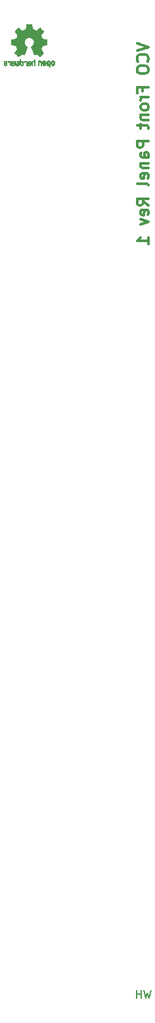
<source format=gbr>
G04 #@! TF.GenerationSoftware,KiCad,Pcbnew,(5.1.4-0-10_14)*
G04 #@! TF.CreationDate,2019-10-08T20:59:21-07:00*
G04 #@! TF.ProjectId,VCO_Front_Panel,56434f5f-4672-46f6-9e74-5f50616e656c,rev?*
G04 #@! TF.SameCoordinates,Original*
G04 #@! TF.FileFunction,Legend,Bot*
G04 #@! TF.FilePolarity,Positive*
%FSLAX46Y46*%
G04 Gerber Fmt 4.6, Leading zero omitted, Abs format (unit mm)*
G04 Created by KiCad (PCBNEW (5.1.4-0-10_14)) date 2019-10-08 20:59:21*
%MOMM*%
%LPD*%
G04 APERTURE LIST*
%ADD10C,0.150000*%
%ADD11C,0.300000*%
%ADD12C,0.010000*%
G04 APERTURE END LIST*
D10*
X112966380Y-166330380D02*
X112728285Y-167330380D01*
X112537809Y-166616095D01*
X112347333Y-167330380D01*
X112109238Y-166330380D01*
X111728285Y-167330380D02*
X111728285Y-166330380D01*
X111728285Y-166806571D02*
X111156857Y-166806571D01*
X111156857Y-167330380D02*
X111156857Y-166330380D01*
D11*
X111192571Y-44114285D02*
X112692571Y-44614285D01*
X111192571Y-45114285D01*
X112549714Y-46471428D02*
X112621142Y-46400000D01*
X112692571Y-46185714D01*
X112692571Y-46042857D01*
X112621142Y-45828571D01*
X112478285Y-45685714D01*
X112335428Y-45614285D01*
X112049714Y-45542857D01*
X111835428Y-45542857D01*
X111549714Y-45614285D01*
X111406857Y-45685714D01*
X111264000Y-45828571D01*
X111192571Y-46042857D01*
X111192571Y-46185714D01*
X111264000Y-46400000D01*
X111335428Y-46471428D01*
X111192571Y-47400000D02*
X111192571Y-47685714D01*
X111264000Y-47828571D01*
X111406857Y-47971428D01*
X111692571Y-48042857D01*
X112192571Y-48042857D01*
X112478285Y-47971428D01*
X112621142Y-47828571D01*
X112692571Y-47685714D01*
X112692571Y-47400000D01*
X112621142Y-47257142D01*
X112478285Y-47114285D01*
X112192571Y-47042857D01*
X111692571Y-47042857D01*
X111406857Y-47114285D01*
X111264000Y-47257142D01*
X111192571Y-47400000D01*
X111906857Y-50328571D02*
X111906857Y-49828571D01*
X112692571Y-49828571D02*
X111192571Y-49828571D01*
X111192571Y-50542857D01*
X112692571Y-51114285D02*
X111692571Y-51114285D01*
X111978285Y-51114285D02*
X111835428Y-51185714D01*
X111764000Y-51257142D01*
X111692571Y-51400000D01*
X111692571Y-51542857D01*
X112692571Y-52257142D02*
X112621142Y-52114285D01*
X112549714Y-52042857D01*
X112406857Y-51971428D01*
X111978285Y-51971428D01*
X111835428Y-52042857D01*
X111764000Y-52114285D01*
X111692571Y-52257142D01*
X111692571Y-52471428D01*
X111764000Y-52614285D01*
X111835428Y-52685714D01*
X111978285Y-52757142D01*
X112406857Y-52757142D01*
X112549714Y-52685714D01*
X112621142Y-52614285D01*
X112692571Y-52471428D01*
X112692571Y-52257142D01*
X111692571Y-53400000D02*
X112692571Y-53400000D01*
X111835428Y-53400000D02*
X111764000Y-53471428D01*
X111692571Y-53614285D01*
X111692571Y-53828571D01*
X111764000Y-53971428D01*
X111906857Y-54042857D01*
X112692571Y-54042857D01*
X111692571Y-54542857D02*
X111692571Y-55114285D01*
X111192571Y-54757142D02*
X112478285Y-54757142D01*
X112621142Y-54828571D01*
X112692571Y-54971428D01*
X112692571Y-55114285D01*
X112692571Y-56757142D02*
X111192571Y-56757142D01*
X111192571Y-57328571D01*
X111264000Y-57471428D01*
X111335428Y-57542857D01*
X111478285Y-57614285D01*
X111692571Y-57614285D01*
X111835428Y-57542857D01*
X111906857Y-57471428D01*
X111978285Y-57328571D01*
X111978285Y-56757142D01*
X112692571Y-58900000D02*
X111906857Y-58900000D01*
X111764000Y-58828571D01*
X111692571Y-58685714D01*
X111692571Y-58400000D01*
X111764000Y-58257142D01*
X112621142Y-58900000D02*
X112692571Y-58757142D01*
X112692571Y-58400000D01*
X112621142Y-58257142D01*
X112478285Y-58185714D01*
X112335428Y-58185714D01*
X112192571Y-58257142D01*
X112121142Y-58400000D01*
X112121142Y-58757142D01*
X112049714Y-58900000D01*
X111692571Y-59614285D02*
X112692571Y-59614285D01*
X111835428Y-59614285D02*
X111764000Y-59685714D01*
X111692571Y-59828571D01*
X111692571Y-60042857D01*
X111764000Y-60185714D01*
X111906857Y-60257142D01*
X112692571Y-60257142D01*
X112621142Y-61542857D02*
X112692571Y-61400000D01*
X112692571Y-61114285D01*
X112621142Y-60971428D01*
X112478285Y-60900000D01*
X111906857Y-60900000D01*
X111764000Y-60971428D01*
X111692571Y-61114285D01*
X111692571Y-61400000D01*
X111764000Y-61542857D01*
X111906857Y-61614285D01*
X112049714Y-61614285D01*
X112192571Y-60900000D01*
X112692571Y-62471428D02*
X112621142Y-62328571D01*
X112478285Y-62257142D01*
X111192571Y-62257142D01*
X112692571Y-65042857D02*
X111978285Y-64542857D01*
X112692571Y-64185714D02*
X111192571Y-64185714D01*
X111192571Y-64757142D01*
X111264000Y-64900000D01*
X111335428Y-64971428D01*
X111478285Y-65042857D01*
X111692571Y-65042857D01*
X111835428Y-64971428D01*
X111906857Y-64900000D01*
X111978285Y-64757142D01*
X111978285Y-64185714D01*
X112621142Y-66257142D02*
X112692571Y-66114285D01*
X112692571Y-65828571D01*
X112621142Y-65685714D01*
X112478285Y-65614285D01*
X111906857Y-65614285D01*
X111764000Y-65685714D01*
X111692571Y-65828571D01*
X111692571Y-66114285D01*
X111764000Y-66257142D01*
X111906857Y-66328571D01*
X112049714Y-66328571D01*
X112192571Y-65614285D01*
X111692571Y-66828571D02*
X112692571Y-67185714D01*
X111692571Y-67542857D01*
X112692571Y-70042857D02*
X112692571Y-69185714D01*
X112692571Y-69614285D02*
X111192571Y-69614285D01*
X111406857Y-69471428D01*
X111549714Y-69328571D01*
X111621142Y-69185714D01*
D12*
G36*
X97178090Y-41692348D02*
G01*
X97099546Y-41692778D01*
X97042702Y-41693942D01*
X97003895Y-41696207D01*
X96979462Y-41699940D01*
X96965738Y-41705506D01*
X96959060Y-41713273D01*
X96955764Y-41723605D01*
X96955444Y-41724943D01*
X96950438Y-41749079D01*
X96941171Y-41796701D01*
X96928608Y-41862741D01*
X96913713Y-41942128D01*
X96897449Y-42029796D01*
X96896881Y-42032875D01*
X96880590Y-42118789D01*
X96865348Y-42194696D01*
X96852139Y-42256045D01*
X96841946Y-42298282D01*
X96835752Y-42316855D01*
X96835457Y-42317184D01*
X96817212Y-42326253D01*
X96779595Y-42341367D01*
X96730729Y-42359262D01*
X96730457Y-42359358D01*
X96668907Y-42382493D01*
X96596343Y-42411965D01*
X96527943Y-42441597D01*
X96524706Y-42443062D01*
X96413298Y-42493626D01*
X96166601Y-42325160D01*
X96090923Y-42273803D01*
X96022369Y-42227889D01*
X95964912Y-42190030D01*
X95922524Y-42162837D01*
X95899175Y-42148921D01*
X95896958Y-42147889D01*
X95879990Y-42152484D01*
X95848299Y-42174655D01*
X95800648Y-42215447D01*
X95735802Y-42275905D01*
X95669603Y-42340227D01*
X95605786Y-42403612D01*
X95548671Y-42461451D01*
X95501695Y-42510175D01*
X95468297Y-42546210D01*
X95451915Y-42565984D01*
X95451306Y-42567002D01*
X95449495Y-42580572D01*
X95456317Y-42602733D01*
X95473460Y-42636478D01*
X95502607Y-42684800D01*
X95545445Y-42750692D01*
X95602552Y-42835517D01*
X95653234Y-42910177D01*
X95698539Y-42977140D01*
X95735850Y-43032516D01*
X95762548Y-43072420D01*
X95776015Y-43092962D01*
X95776863Y-43094356D01*
X95775219Y-43114038D01*
X95762755Y-43152293D01*
X95741952Y-43201889D01*
X95734538Y-43217728D01*
X95702186Y-43288290D01*
X95667672Y-43368353D01*
X95639635Y-43437629D01*
X95619432Y-43489045D01*
X95603385Y-43528119D01*
X95594112Y-43548541D01*
X95592959Y-43550114D01*
X95575904Y-43552721D01*
X95535702Y-43559863D01*
X95477698Y-43570523D01*
X95407237Y-43583685D01*
X95329665Y-43598333D01*
X95250328Y-43613449D01*
X95174569Y-43628018D01*
X95107736Y-43641022D01*
X95055172Y-43651445D01*
X95022224Y-43658270D01*
X95014143Y-43660199D01*
X95005795Y-43664962D01*
X94999494Y-43675718D01*
X94994955Y-43696098D01*
X94991896Y-43729734D01*
X94990033Y-43780255D01*
X94989082Y-43851292D01*
X94988760Y-43946476D01*
X94988743Y-43985492D01*
X94988743Y-44302799D01*
X95064943Y-44317839D01*
X95107337Y-44325995D01*
X95170600Y-44337899D01*
X95247038Y-44352116D01*
X95328957Y-44367210D01*
X95351600Y-44371355D01*
X95427194Y-44386053D01*
X95493047Y-44400505D01*
X95543634Y-44413375D01*
X95573426Y-44423322D01*
X95578388Y-44426287D01*
X95590574Y-44447283D01*
X95608047Y-44487967D01*
X95627423Y-44540322D01*
X95631266Y-44551600D01*
X95656661Y-44621523D01*
X95688183Y-44700418D01*
X95719031Y-44771266D01*
X95719183Y-44771595D01*
X95770553Y-44882733D01*
X95601601Y-45131253D01*
X95432648Y-45379772D01*
X95649571Y-45597058D01*
X95715181Y-45661726D01*
X95775021Y-45718733D01*
X95825733Y-45765033D01*
X95863954Y-45797584D01*
X95886325Y-45813343D01*
X95889534Y-45814343D01*
X95908374Y-45806469D01*
X95946820Y-45784578D01*
X96000670Y-45751267D01*
X96065724Y-45709131D01*
X96136060Y-45661943D01*
X96207445Y-45613810D01*
X96271092Y-45571928D01*
X96322959Y-45538871D01*
X96359005Y-45517218D01*
X96375133Y-45509543D01*
X96394811Y-45516037D01*
X96432125Y-45533150D01*
X96479379Y-45557326D01*
X96484388Y-45560013D01*
X96548023Y-45591927D01*
X96591659Y-45607579D01*
X96618798Y-45607745D01*
X96632943Y-45593204D01*
X96633025Y-45593000D01*
X96640095Y-45575779D01*
X96656958Y-45534899D01*
X96682305Y-45473525D01*
X96714829Y-45394819D01*
X96753222Y-45301947D01*
X96796178Y-45198072D01*
X96837778Y-45097502D01*
X96883496Y-44986516D01*
X96925474Y-44883703D01*
X96962452Y-44792215D01*
X96993173Y-44715201D01*
X97016378Y-44655815D01*
X97030810Y-44617209D01*
X97035257Y-44602800D01*
X97024104Y-44586272D01*
X96994931Y-44559930D01*
X96956029Y-44530887D01*
X96845243Y-44439039D01*
X96758649Y-44333759D01*
X96697284Y-44217266D01*
X96662185Y-44091776D01*
X96654392Y-43959507D01*
X96660057Y-43898457D01*
X96690922Y-43771795D01*
X96744080Y-43659941D01*
X96816233Y-43564001D01*
X96904083Y-43485076D01*
X97004335Y-43424270D01*
X97113690Y-43382687D01*
X97228853Y-43361428D01*
X97346525Y-43361599D01*
X97463410Y-43384301D01*
X97576211Y-43430638D01*
X97681631Y-43501713D01*
X97725632Y-43541911D01*
X97810021Y-43645129D01*
X97868778Y-43757925D01*
X97902296Y-43877010D01*
X97910965Y-43999095D01*
X97895177Y-44120893D01*
X97855322Y-44239116D01*
X97791793Y-44350475D01*
X97704979Y-44451684D01*
X97607971Y-44530887D01*
X97567563Y-44561162D01*
X97539018Y-44587219D01*
X97528743Y-44602825D01*
X97534123Y-44619843D01*
X97549425Y-44660500D01*
X97573388Y-44721642D01*
X97604756Y-44800119D01*
X97642268Y-44892780D01*
X97684667Y-44996472D01*
X97726337Y-45097526D01*
X97772310Y-45208607D01*
X97814893Y-45311541D01*
X97852779Y-45403165D01*
X97884660Y-45480316D01*
X97909229Y-45539831D01*
X97925180Y-45578544D01*
X97931090Y-45593000D01*
X97945052Y-45607685D01*
X97972060Y-45607642D01*
X98015587Y-45592099D01*
X98079110Y-45560284D01*
X98079612Y-45560013D01*
X98127440Y-45535323D01*
X98166103Y-45517338D01*
X98187905Y-45509614D01*
X98188867Y-45509543D01*
X98205279Y-45517378D01*
X98241513Y-45539165D01*
X98293526Y-45572328D01*
X98357275Y-45614291D01*
X98427940Y-45661943D01*
X98499884Y-45710191D01*
X98564726Y-45752151D01*
X98618265Y-45785227D01*
X98656303Y-45806821D01*
X98674467Y-45814343D01*
X98691192Y-45804457D01*
X98724820Y-45776826D01*
X98771990Y-45734495D01*
X98829342Y-45680505D01*
X98893516Y-45617899D01*
X98914503Y-45596983D01*
X99131501Y-45379623D01*
X98966332Y-45137220D01*
X98916136Y-45062781D01*
X98872081Y-44995972D01*
X98836638Y-44940665D01*
X98812281Y-44900729D01*
X98801478Y-44880036D01*
X98801162Y-44878563D01*
X98806857Y-44859058D01*
X98822174Y-44819822D01*
X98844463Y-44767430D01*
X98860107Y-44732355D01*
X98889359Y-44665201D01*
X98916906Y-44597358D01*
X98938263Y-44540034D01*
X98944065Y-44522572D01*
X98960548Y-44475938D01*
X98976660Y-44439905D01*
X98985510Y-44426287D01*
X99005040Y-44417952D01*
X99047666Y-44406137D01*
X99107855Y-44392181D01*
X99180078Y-44377422D01*
X99212400Y-44371355D01*
X99294478Y-44356273D01*
X99373205Y-44341669D01*
X99440891Y-44328980D01*
X99489840Y-44319642D01*
X99499057Y-44317839D01*
X99575257Y-44302799D01*
X99575257Y-43985492D01*
X99575086Y-43881154D01*
X99574384Y-43802213D01*
X99572866Y-43745038D01*
X99570251Y-43705999D01*
X99566254Y-43681465D01*
X99560591Y-43667805D01*
X99552980Y-43661389D01*
X99549857Y-43660199D01*
X99531022Y-43655980D01*
X99489412Y-43647562D01*
X99430370Y-43635961D01*
X99359243Y-43622195D01*
X99281375Y-43607280D01*
X99202113Y-43592232D01*
X99126802Y-43578069D01*
X99060787Y-43565806D01*
X99009413Y-43556461D01*
X98978025Y-43551050D01*
X98971041Y-43550114D01*
X98964715Y-43537596D01*
X98950710Y-43504246D01*
X98931645Y-43456377D01*
X98924366Y-43437629D01*
X98895004Y-43365195D01*
X98860429Y-43285170D01*
X98829463Y-43217728D01*
X98806677Y-43166159D01*
X98791518Y-43123785D01*
X98786458Y-43097834D01*
X98787264Y-43094356D01*
X98797959Y-43077936D01*
X98822380Y-43041417D01*
X98857905Y-42988687D01*
X98901913Y-42923635D01*
X98951783Y-42850151D01*
X98961644Y-42835645D01*
X99019508Y-42749704D01*
X99062044Y-42684261D01*
X99090946Y-42636304D01*
X99107910Y-42602820D01*
X99114633Y-42580795D01*
X99112810Y-42567217D01*
X99112764Y-42567131D01*
X99098414Y-42549297D01*
X99066677Y-42514817D01*
X99020990Y-42467268D01*
X98964796Y-42410222D01*
X98901532Y-42347255D01*
X98894398Y-42340227D01*
X98814670Y-42263020D01*
X98753143Y-42206330D01*
X98708579Y-42169110D01*
X98679743Y-42150315D01*
X98667042Y-42147889D01*
X98648506Y-42158471D01*
X98610039Y-42182916D01*
X98555614Y-42218612D01*
X98489202Y-42262947D01*
X98414775Y-42313311D01*
X98397399Y-42325160D01*
X98150703Y-42493626D01*
X98039294Y-42443062D01*
X97971543Y-42413595D01*
X97898817Y-42383959D01*
X97836297Y-42360330D01*
X97833543Y-42359358D01*
X97784640Y-42341457D01*
X97746943Y-42326320D01*
X97728575Y-42317210D01*
X97728544Y-42317184D01*
X97722715Y-42300717D01*
X97712808Y-42260219D01*
X97699805Y-42200242D01*
X97684691Y-42125340D01*
X97668448Y-42040064D01*
X97667119Y-42032875D01*
X97650825Y-41945014D01*
X97635867Y-41865260D01*
X97623209Y-41798681D01*
X97613814Y-41750347D01*
X97608646Y-41725325D01*
X97608556Y-41724943D01*
X97605411Y-41714299D01*
X97599296Y-41706262D01*
X97586547Y-41700467D01*
X97563500Y-41696547D01*
X97526491Y-41694135D01*
X97471856Y-41692865D01*
X97395933Y-41692371D01*
X97295056Y-41692286D01*
X97282000Y-41692286D01*
X97178090Y-41692348D01*
X97178090Y-41692348D01*
G37*
X97178090Y-41692348D02*
X97099546Y-41692778D01*
X97042702Y-41693942D01*
X97003895Y-41696207D01*
X96979462Y-41699940D01*
X96965738Y-41705506D01*
X96959060Y-41713273D01*
X96955764Y-41723605D01*
X96955444Y-41724943D01*
X96950438Y-41749079D01*
X96941171Y-41796701D01*
X96928608Y-41862741D01*
X96913713Y-41942128D01*
X96897449Y-42029796D01*
X96896881Y-42032875D01*
X96880590Y-42118789D01*
X96865348Y-42194696D01*
X96852139Y-42256045D01*
X96841946Y-42298282D01*
X96835752Y-42316855D01*
X96835457Y-42317184D01*
X96817212Y-42326253D01*
X96779595Y-42341367D01*
X96730729Y-42359262D01*
X96730457Y-42359358D01*
X96668907Y-42382493D01*
X96596343Y-42411965D01*
X96527943Y-42441597D01*
X96524706Y-42443062D01*
X96413298Y-42493626D01*
X96166601Y-42325160D01*
X96090923Y-42273803D01*
X96022369Y-42227889D01*
X95964912Y-42190030D01*
X95922524Y-42162837D01*
X95899175Y-42148921D01*
X95896958Y-42147889D01*
X95879990Y-42152484D01*
X95848299Y-42174655D01*
X95800648Y-42215447D01*
X95735802Y-42275905D01*
X95669603Y-42340227D01*
X95605786Y-42403612D01*
X95548671Y-42461451D01*
X95501695Y-42510175D01*
X95468297Y-42546210D01*
X95451915Y-42565984D01*
X95451306Y-42567002D01*
X95449495Y-42580572D01*
X95456317Y-42602733D01*
X95473460Y-42636478D01*
X95502607Y-42684800D01*
X95545445Y-42750692D01*
X95602552Y-42835517D01*
X95653234Y-42910177D01*
X95698539Y-42977140D01*
X95735850Y-43032516D01*
X95762548Y-43072420D01*
X95776015Y-43092962D01*
X95776863Y-43094356D01*
X95775219Y-43114038D01*
X95762755Y-43152293D01*
X95741952Y-43201889D01*
X95734538Y-43217728D01*
X95702186Y-43288290D01*
X95667672Y-43368353D01*
X95639635Y-43437629D01*
X95619432Y-43489045D01*
X95603385Y-43528119D01*
X95594112Y-43548541D01*
X95592959Y-43550114D01*
X95575904Y-43552721D01*
X95535702Y-43559863D01*
X95477698Y-43570523D01*
X95407237Y-43583685D01*
X95329665Y-43598333D01*
X95250328Y-43613449D01*
X95174569Y-43628018D01*
X95107736Y-43641022D01*
X95055172Y-43651445D01*
X95022224Y-43658270D01*
X95014143Y-43660199D01*
X95005795Y-43664962D01*
X94999494Y-43675718D01*
X94994955Y-43696098D01*
X94991896Y-43729734D01*
X94990033Y-43780255D01*
X94989082Y-43851292D01*
X94988760Y-43946476D01*
X94988743Y-43985492D01*
X94988743Y-44302799D01*
X95064943Y-44317839D01*
X95107337Y-44325995D01*
X95170600Y-44337899D01*
X95247038Y-44352116D01*
X95328957Y-44367210D01*
X95351600Y-44371355D01*
X95427194Y-44386053D01*
X95493047Y-44400505D01*
X95543634Y-44413375D01*
X95573426Y-44423322D01*
X95578388Y-44426287D01*
X95590574Y-44447283D01*
X95608047Y-44487967D01*
X95627423Y-44540322D01*
X95631266Y-44551600D01*
X95656661Y-44621523D01*
X95688183Y-44700418D01*
X95719031Y-44771266D01*
X95719183Y-44771595D01*
X95770553Y-44882733D01*
X95601601Y-45131253D01*
X95432648Y-45379772D01*
X95649571Y-45597058D01*
X95715181Y-45661726D01*
X95775021Y-45718733D01*
X95825733Y-45765033D01*
X95863954Y-45797584D01*
X95886325Y-45813343D01*
X95889534Y-45814343D01*
X95908374Y-45806469D01*
X95946820Y-45784578D01*
X96000670Y-45751267D01*
X96065724Y-45709131D01*
X96136060Y-45661943D01*
X96207445Y-45613810D01*
X96271092Y-45571928D01*
X96322959Y-45538871D01*
X96359005Y-45517218D01*
X96375133Y-45509543D01*
X96394811Y-45516037D01*
X96432125Y-45533150D01*
X96479379Y-45557326D01*
X96484388Y-45560013D01*
X96548023Y-45591927D01*
X96591659Y-45607579D01*
X96618798Y-45607745D01*
X96632943Y-45593204D01*
X96633025Y-45593000D01*
X96640095Y-45575779D01*
X96656958Y-45534899D01*
X96682305Y-45473525D01*
X96714829Y-45394819D01*
X96753222Y-45301947D01*
X96796178Y-45198072D01*
X96837778Y-45097502D01*
X96883496Y-44986516D01*
X96925474Y-44883703D01*
X96962452Y-44792215D01*
X96993173Y-44715201D01*
X97016378Y-44655815D01*
X97030810Y-44617209D01*
X97035257Y-44602800D01*
X97024104Y-44586272D01*
X96994931Y-44559930D01*
X96956029Y-44530887D01*
X96845243Y-44439039D01*
X96758649Y-44333759D01*
X96697284Y-44217266D01*
X96662185Y-44091776D01*
X96654392Y-43959507D01*
X96660057Y-43898457D01*
X96690922Y-43771795D01*
X96744080Y-43659941D01*
X96816233Y-43564001D01*
X96904083Y-43485076D01*
X97004335Y-43424270D01*
X97113690Y-43382687D01*
X97228853Y-43361428D01*
X97346525Y-43361599D01*
X97463410Y-43384301D01*
X97576211Y-43430638D01*
X97681631Y-43501713D01*
X97725632Y-43541911D01*
X97810021Y-43645129D01*
X97868778Y-43757925D01*
X97902296Y-43877010D01*
X97910965Y-43999095D01*
X97895177Y-44120893D01*
X97855322Y-44239116D01*
X97791793Y-44350475D01*
X97704979Y-44451684D01*
X97607971Y-44530887D01*
X97567563Y-44561162D01*
X97539018Y-44587219D01*
X97528743Y-44602825D01*
X97534123Y-44619843D01*
X97549425Y-44660500D01*
X97573388Y-44721642D01*
X97604756Y-44800119D01*
X97642268Y-44892780D01*
X97684667Y-44996472D01*
X97726337Y-45097526D01*
X97772310Y-45208607D01*
X97814893Y-45311541D01*
X97852779Y-45403165D01*
X97884660Y-45480316D01*
X97909229Y-45539831D01*
X97925180Y-45578544D01*
X97931090Y-45593000D01*
X97945052Y-45607685D01*
X97972060Y-45607642D01*
X98015587Y-45592099D01*
X98079110Y-45560284D01*
X98079612Y-45560013D01*
X98127440Y-45535323D01*
X98166103Y-45517338D01*
X98187905Y-45509614D01*
X98188867Y-45509543D01*
X98205279Y-45517378D01*
X98241513Y-45539165D01*
X98293526Y-45572328D01*
X98357275Y-45614291D01*
X98427940Y-45661943D01*
X98499884Y-45710191D01*
X98564726Y-45752151D01*
X98618265Y-45785227D01*
X98656303Y-45806821D01*
X98674467Y-45814343D01*
X98691192Y-45804457D01*
X98724820Y-45776826D01*
X98771990Y-45734495D01*
X98829342Y-45680505D01*
X98893516Y-45617899D01*
X98914503Y-45596983D01*
X99131501Y-45379623D01*
X98966332Y-45137220D01*
X98916136Y-45062781D01*
X98872081Y-44995972D01*
X98836638Y-44940665D01*
X98812281Y-44900729D01*
X98801478Y-44880036D01*
X98801162Y-44878563D01*
X98806857Y-44859058D01*
X98822174Y-44819822D01*
X98844463Y-44767430D01*
X98860107Y-44732355D01*
X98889359Y-44665201D01*
X98916906Y-44597358D01*
X98938263Y-44540034D01*
X98944065Y-44522572D01*
X98960548Y-44475938D01*
X98976660Y-44439905D01*
X98985510Y-44426287D01*
X99005040Y-44417952D01*
X99047666Y-44406137D01*
X99107855Y-44392181D01*
X99180078Y-44377422D01*
X99212400Y-44371355D01*
X99294478Y-44356273D01*
X99373205Y-44341669D01*
X99440891Y-44328980D01*
X99489840Y-44319642D01*
X99499057Y-44317839D01*
X99575257Y-44302799D01*
X99575257Y-43985492D01*
X99575086Y-43881154D01*
X99574384Y-43802213D01*
X99572866Y-43745038D01*
X99570251Y-43705999D01*
X99566254Y-43681465D01*
X99560591Y-43667805D01*
X99552980Y-43661389D01*
X99549857Y-43660199D01*
X99531022Y-43655980D01*
X99489412Y-43647562D01*
X99430370Y-43635961D01*
X99359243Y-43622195D01*
X99281375Y-43607280D01*
X99202113Y-43592232D01*
X99126802Y-43578069D01*
X99060787Y-43565806D01*
X99009413Y-43556461D01*
X98978025Y-43551050D01*
X98971041Y-43550114D01*
X98964715Y-43537596D01*
X98950710Y-43504246D01*
X98931645Y-43456377D01*
X98924366Y-43437629D01*
X98895004Y-43365195D01*
X98860429Y-43285170D01*
X98829463Y-43217728D01*
X98806677Y-43166159D01*
X98791518Y-43123785D01*
X98786458Y-43097834D01*
X98787264Y-43094356D01*
X98797959Y-43077936D01*
X98822380Y-43041417D01*
X98857905Y-42988687D01*
X98901913Y-42923635D01*
X98951783Y-42850151D01*
X98961644Y-42835645D01*
X99019508Y-42749704D01*
X99062044Y-42684261D01*
X99090946Y-42636304D01*
X99107910Y-42602820D01*
X99114633Y-42580795D01*
X99112810Y-42567217D01*
X99112764Y-42567131D01*
X99098414Y-42549297D01*
X99066677Y-42514817D01*
X99020990Y-42467268D01*
X98964796Y-42410222D01*
X98901532Y-42347255D01*
X98894398Y-42340227D01*
X98814670Y-42263020D01*
X98753143Y-42206330D01*
X98708579Y-42169110D01*
X98679743Y-42150315D01*
X98667042Y-42147889D01*
X98648506Y-42158471D01*
X98610039Y-42182916D01*
X98555614Y-42218612D01*
X98489202Y-42262947D01*
X98414775Y-42313311D01*
X98397399Y-42325160D01*
X98150703Y-42493626D01*
X98039294Y-42443062D01*
X97971543Y-42413595D01*
X97898817Y-42383959D01*
X97836297Y-42360330D01*
X97833543Y-42359358D01*
X97784640Y-42341457D01*
X97746943Y-42326320D01*
X97728575Y-42317210D01*
X97728544Y-42317184D01*
X97722715Y-42300717D01*
X97712808Y-42260219D01*
X97699805Y-42200242D01*
X97684691Y-42125340D01*
X97668448Y-42040064D01*
X97667119Y-42032875D01*
X97650825Y-41945014D01*
X97635867Y-41865260D01*
X97623209Y-41798681D01*
X97613814Y-41750347D01*
X97608646Y-41725325D01*
X97608556Y-41724943D01*
X97605411Y-41714299D01*
X97599296Y-41706262D01*
X97586547Y-41700467D01*
X97563500Y-41696547D01*
X97526491Y-41694135D01*
X97471856Y-41692865D01*
X97395933Y-41692371D01*
X97295056Y-41692286D01*
X97282000Y-41692286D01*
X97178090Y-41692348D01*
G36*
X94128405Y-46416966D02*
G01*
X94070979Y-46454497D01*
X94043281Y-46488096D01*
X94021338Y-46549064D01*
X94019595Y-46597308D01*
X94023543Y-46661816D01*
X94172314Y-46726934D01*
X94244651Y-46760202D01*
X94291916Y-46786964D01*
X94316493Y-46810144D01*
X94320763Y-46832667D01*
X94307111Y-46857455D01*
X94292057Y-46873886D01*
X94248254Y-46900235D01*
X94200611Y-46902081D01*
X94156855Y-46881546D01*
X94124711Y-46840752D01*
X94118962Y-46826347D01*
X94091424Y-46781356D01*
X94059742Y-46762182D01*
X94016286Y-46745779D01*
X94016286Y-46807966D01*
X94020128Y-46850283D01*
X94035177Y-46885969D01*
X94066720Y-46926943D01*
X94071408Y-46932267D01*
X94106494Y-46968720D01*
X94136653Y-46988283D01*
X94174385Y-46997283D01*
X94205665Y-47000230D01*
X94261615Y-47000965D01*
X94301445Y-46991660D01*
X94326292Y-46977846D01*
X94365344Y-46947467D01*
X94392375Y-46914613D01*
X94409483Y-46873294D01*
X94418762Y-46817521D01*
X94422307Y-46741305D01*
X94422590Y-46702622D01*
X94421628Y-46656247D01*
X94333993Y-46656247D01*
X94332977Y-46681126D01*
X94330444Y-46685200D01*
X94313726Y-46679665D01*
X94277751Y-46665017D01*
X94229669Y-46644190D01*
X94219614Y-46639714D01*
X94158848Y-46608814D01*
X94125368Y-46581657D01*
X94118010Y-46556220D01*
X94135609Y-46530481D01*
X94150144Y-46519109D01*
X94202590Y-46496364D01*
X94251678Y-46500122D01*
X94292773Y-46527884D01*
X94321242Y-46577152D01*
X94330369Y-46616257D01*
X94333993Y-46656247D01*
X94421628Y-46656247D01*
X94420715Y-46612249D01*
X94413804Y-46545384D01*
X94400116Y-46496695D01*
X94377904Y-46460849D01*
X94345426Y-46432513D01*
X94331267Y-46423355D01*
X94266947Y-46399507D01*
X94196527Y-46398006D01*
X94128405Y-46416966D01*
X94128405Y-46416966D01*
G37*
X94128405Y-46416966D02*
X94070979Y-46454497D01*
X94043281Y-46488096D01*
X94021338Y-46549064D01*
X94019595Y-46597308D01*
X94023543Y-46661816D01*
X94172314Y-46726934D01*
X94244651Y-46760202D01*
X94291916Y-46786964D01*
X94316493Y-46810144D01*
X94320763Y-46832667D01*
X94307111Y-46857455D01*
X94292057Y-46873886D01*
X94248254Y-46900235D01*
X94200611Y-46902081D01*
X94156855Y-46881546D01*
X94124711Y-46840752D01*
X94118962Y-46826347D01*
X94091424Y-46781356D01*
X94059742Y-46762182D01*
X94016286Y-46745779D01*
X94016286Y-46807966D01*
X94020128Y-46850283D01*
X94035177Y-46885969D01*
X94066720Y-46926943D01*
X94071408Y-46932267D01*
X94106494Y-46968720D01*
X94136653Y-46988283D01*
X94174385Y-46997283D01*
X94205665Y-47000230D01*
X94261615Y-47000965D01*
X94301445Y-46991660D01*
X94326292Y-46977846D01*
X94365344Y-46947467D01*
X94392375Y-46914613D01*
X94409483Y-46873294D01*
X94418762Y-46817521D01*
X94422307Y-46741305D01*
X94422590Y-46702622D01*
X94421628Y-46656247D01*
X94333993Y-46656247D01*
X94332977Y-46681126D01*
X94330444Y-46685200D01*
X94313726Y-46679665D01*
X94277751Y-46665017D01*
X94229669Y-46644190D01*
X94219614Y-46639714D01*
X94158848Y-46608814D01*
X94125368Y-46581657D01*
X94118010Y-46556220D01*
X94135609Y-46530481D01*
X94150144Y-46519109D01*
X94202590Y-46496364D01*
X94251678Y-46500122D01*
X94292773Y-46527884D01*
X94321242Y-46577152D01*
X94330369Y-46616257D01*
X94333993Y-46656247D01*
X94421628Y-46656247D01*
X94420715Y-46612249D01*
X94413804Y-46545384D01*
X94400116Y-46496695D01*
X94377904Y-46460849D01*
X94345426Y-46432513D01*
X94331267Y-46423355D01*
X94266947Y-46399507D01*
X94196527Y-46398006D01*
X94128405Y-46416966D01*
G36*
X94629400Y-46408752D02*
G01*
X94612052Y-46416334D01*
X94570644Y-46449128D01*
X94535235Y-46496547D01*
X94513336Y-46547151D01*
X94509771Y-46572098D01*
X94521721Y-46606927D01*
X94547933Y-46625357D01*
X94576036Y-46636516D01*
X94588905Y-46638572D01*
X94595171Y-46623649D01*
X94607544Y-46591175D01*
X94612972Y-46576502D01*
X94643410Y-46525744D01*
X94687480Y-46500427D01*
X94743990Y-46501206D01*
X94748175Y-46502203D01*
X94778345Y-46516507D01*
X94800524Y-46544393D01*
X94815673Y-46589287D01*
X94824750Y-46654615D01*
X94828714Y-46743804D01*
X94829086Y-46791261D01*
X94829270Y-46866071D01*
X94830478Y-46917069D01*
X94833691Y-46949471D01*
X94839891Y-46968495D01*
X94850060Y-46979356D01*
X94865181Y-46987272D01*
X94866054Y-46987670D01*
X94895172Y-46999981D01*
X94909597Y-47004514D01*
X94911814Y-46990809D01*
X94913711Y-46952925D01*
X94915153Y-46895715D01*
X94916002Y-46824027D01*
X94916171Y-46771565D01*
X94915308Y-46670047D01*
X94911930Y-46593032D01*
X94904858Y-46536023D01*
X94892912Y-46494526D01*
X94874910Y-46464043D01*
X94849673Y-46440080D01*
X94824753Y-46423355D01*
X94764829Y-46401097D01*
X94695089Y-46396076D01*
X94629400Y-46408752D01*
X94629400Y-46408752D01*
G37*
X94629400Y-46408752D02*
X94612052Y-46416334D01*
X94570644Y-46449128D01*
X94535235Y-46496547D01*
X94513336Y-46547151D01*
X94509771Y-46572098D01*
X94521721Y-46606927D01*
X94547933Y-46625357D01*
X94576036Y-46636516D01*
X94588905Y-46638572D01*
X94595171Y-46623649D01*
X94607544Y-46591175D01*
X94612972Y-46576502D01*
X94643410Y-46525744D01*
X94687480Y-46500427D01*
X94743990Y-46501206D01*
X94748175Y-46502203D01*
X94778345Y-46516507D01*
X94800524Y-46544393D01*
X94815673Y-46589287D01*
X94824750Y-46654615D01*
X94828714Y-46743804D01*
X94829086Y-46791261D01*
X94829270Y-46866071D01*
X94830478Y-46917069D01*
X94833691Y-46949471D01*
X94839891Y-46968495D01*
X94850060Y-46979356D01*
X94865181Y-46987272D01*
X94866054Y-46987670D01*
X94895172Y-46999981D01*
X94909597Y-47004514D01*
X94911814Y-46990809D01*
X94913711Y-46952925D01*
X94915153Y-46895715D01*
X94916002Y-46824027D01*
X94916171Y-46771565D01*
X94915308Y-46670047D01*
X94911930Y-46593032D01*
X94904858Y-46536023D01*
X94892912Y-46494526D01*
X94874910Y-46464043D01*
X94849673Y-46440080D01*
X94824753Y-46423355D01*
X94764829Y-46401097D01*
X94695089Y-46396076D01*
X94629400Y-46408752D01*
G36*
X95137124Y-46406335D02*
G01*
X95095333Y-46425344D01*
X95062531Y-46448378D01*
X95038497Y-46474133D01*
X95021903Y-46507358D01*
X95011423Y-46552800D01*
X95005729Y-46615207D01*
X95003493Y-46699327D01*
X95003257Y-46754721D01*
X95003257Y-46970826D01*
X95040226Y-46987670D01*
X95069344Y-46999981D01*
X95083769Y-47004514D01*
X95086528Y-46991025D01*
X95088718Y-46954653D01*
X95090058Y-46901542D01*
X95090343Y-46859372D01*
X95091566Y-46798447D01*
X95094864Y-46750115D01*
X95099679Y-46720518D01*
X95103504Y-46714229D01*
X95129217Y-46720652D01*
X95169582Y-46737125D01*
X95216321Y-46759458D01*
X95261155Y-46783457D01*
X95295807Y-46804930D01*
X95311998Y-46819685D01*
X95312062Y-46819845D01*
X95310670Y-46847152D01*
X95298182Y-46873219D01*
X95276257Y-46894392D01*
X95244257Y-46901474D01*
X95216908Y-46900649D01*
X95178174Y-46900042D01*
X95157842Y-46909116D01*
X95145631Y-46933092D01*
X95144091Y-46937613D01*
X95138797Y-46971806D01*
X95152953Y-46992568D01*
X95189852Y-47002462D01*
X95229711Y-47004292D01*
X95301438Y-46990727D01*
X95338568Y-46971355D01*
X95384424Y-46925845D01*
X95408744Y-46869983D01*
X95410927Y-46810957D01*
X95390371Y-46755953D01*
X95359451Y-46721486D01*
X95328580Y-46702189D01*
X95280058Y-46677759D01*
X95223515Y-46652985D01*
X95214090Y-46649199D01*
X95151981Y-46621791D01*
X95116178Y-46597634D01*
X95104663Y-46573619D01*
X95115420Y-46546635D01*
X95133886Y-46525543D01*
X95177531Y-46499572D01*
X95225554Y-46497624D01*
X95269594Y-46517637D01*
X95301291Y-46557551D01*
X95305451Y-46567848D01*
X95329673Y-46605724D01*
X95365035Y-46633842D01*
X95409657Y-46656917D01*
X95409657Y-46591485D01*
X95407031Y-46551506D01*
X95395770Y-46519997D01*
X95370801Y-46486378D01*
X95346831Y-46460484D01*
X95309559Y-46423817D01*
X95280599Y-46404121D01*
X95249495Y-46396220D01*
X95214287Y-46394914D01*
X95137124Y-46406335D01*
X95137124Y-46406335D01*
G37*
X95137124Y-46406335D02*
X95095333Y-46425344D01*
X95062531Y-46448378D01*
X95038497Y-46474133D01*
X95021903Y-46507358D01*
X95011423Y-46552800D01*
X95005729Y-46615207D01*
X95003493Y-46699327D01*
X95003257Y-46754721D01*
X95003257Y-46970826D01*
X95040226Y-46987670D01*
X95069344Y-46999981D01*
X95083769Y-47004514D01*
X95086528Y-46991025D01*
X95088718Y-46954653D01*
X95090058Y-46901542D01*
X95090343Y-46859372D01*
X95091566Y-46798447D01*
X95094864Y-46750115D01*
X95099679Y-46720518D01*
X95103504Y-46714229D01*
X95129217Y-46720652D01*
X95169582Y-46737125D01*
X95216321Y-46759458D01*
X95261155Y-46783457D01*
X95295807Y-46804930D01*
X95311998Y-46819685D01*
X95312062Y-46819845D01*
X95310670Y-46847152D01*
X95298182Y-46873219D01*
X95276257Y-46894392D01*
X95244257Y-46901474D01*
X95216908Y-46900649D01*
X95178174Y-46900042D01*
X95157842Y-46909116D01*
X95145631Y-46933092D01*
X95144091Y-46937613D01*
X95138797Y-46971806D01*
X95152953Y-46992568D01*
X95189852Y-47002462D01*
X95229711Y-47004292D01*
X95301438Y-46990727D01*
X95338568Y-46971355D01*
X95384424Y-46925845D01*
X95408744Y-46869983D01*
X95410927Y-46810957D01*
X95390371Y-46755953D01*
X95359451Y-46721486D01*
X95328580Y-46702189D01*
X95280058Y-46677759D01*
X95223515Y-46652985D01*
X95214090Y-46649199D01*
X95151981Y-46621791D01*
X95116178Y-46597634D01*
X95104663Y-46573619D01*
X95115420Y-46546635D01*
X95133886Y-46525543D01*
X95177531Y-46499572D01*
X95225554Y-46497624D01*
X95269594Y-46517637D01*
X95301291Y-46557551D01*
X95305451Y-46567848D01*
X95329673Y-46605724D01*
X95365035Y-46633842D01*
X95409657Y-46656917D01*
X95409657Y-46591485D01*
X95407031Y-46551506D01*
X95395770Y-46519997D01*
X95370801Y-46486378D01*
X95346831Y-46460484D01*
X95309559Y-46423817D01*
X95280599Y-46404121D01*
X95249495Y-46396220D01*
X95214287Y-46394914D01*
X95137124Y-46406335D01*
G36*
X95502167Y-46408663D02*
G01*
X95499952Y-46446850D01*
X95498216Y-46504886D01*
X95497101Y-46578180D01*
X95496743Y-46655055D01*
X95496743Y-46915196D01*
X95542674Y-46961127D01*
X95574325Y-46989429D01*
X95602110Y-47000893D01*
X95640085Y-47000168D01*
X95655160Y-46998321D01*
X95702274Y-46992948D01*
X95741244Y-46989869D01*
X95750743Y-46989585D01*
X95782767Y-46991445D01*
X95828568Y-46996114D01*
X95846326Y-46998321D01*
X95889943Y-47001735D01*
X95919255Y-46994320D01*
X95948320Y-46971427D01*
X95958812Y-46961127D01*
X96004743Y-46915196D01*
X96004743Y-46428602D01*
X95967774Y-46411758D01*
X95935941Y-46399282D01*
X95917317Y-46394914D01*
X95912542Y-46408718D01*
X95908079Y-46447286D01*
X95904225Y-46506356D01*
X95901278Y-46581663D01*
X95899857Y-46645286D01*
X95895886Y-46895657D01*
X95861241Y-46900556D01*
X95829732Y-46897131D01*
X95814292Y-46886041D01*
X95809977Y-46865308D01*
X95806292Y-46821145D01*
X95803531Y-46759146D01*
X95801988Y-46684909D01*
X95801765Y-46646706D01*
X95801543Y-46426783D01*
X95755834Y-46410849D01*
X95723482Y-46400015D01*
X95705885Y-46394962D01*
X95705377Y-46394914D01*
X95703612Y-46408648D01*
X95701671Y-46446730D01*
X95699718Y-46504482D01*
X95697916Y-46577227D01*
X95696657Y-46645286D01*
X95692686Y-46895657D01*
X95605600Y-46895657D01*
X95601604Y-46667240D01*
X95597608Y-46438822D01*
X95555153Y-46416868D01*
X95523808Y-46401793D01*
X95505256Y-46394951D01*
X95504721Y-46394914D01*
X95502167Y-46408663D01*
X95502167Y-46408663D01*
G37*
X95502167Y-46408663D02*
X95499952Y-46446850D01*
X95498216Y-46504886D01*
X95497101Y-46578180D01*
X95496743Y-46655055D01*
X95496743Y-46915196D01*
X95542674Y-46961127D01*
X95574325Y-46989429D01*
X95602110Y-47000893D01*
X95640085Y-47000168D01*
X95655160Y-46998321D01*
X95702274Y-46992948D01*
X95741244Y-46989869D01*
X95750743Y-46989585D01*
X95782767Y-46991445D01*
X95828568Y-46996114D01*
X95846326Y-46998321D01*
X95889943Y-47001735D01*
X95919255Y-46994320D01*
X95948320Y-46971427D01*
X95958812Y-46961127D01*
X96004743Y-46915196D01*
X96004743Y-46428602D01*
X95967774Y-46411758D01*
X95935941Y-46399282D01*
X95917317Y-46394914D01*
X95912542Y-46408718D01*
X95908079Y-46447286D01*
X95904225Y-46506356D01*
X95901278Y-46581663D01*
X95899857Y-46645286D01*
X95895886Y-46895657D01*
X95861241Y-46900556D01*
X95829732Y-46897131D01*
X95814292Y-46886041D01*
X95809977Y-46865308D01*
X95806292Y-46821145D01*
X95803531Y-46759146D01*
X95801988Y-46684909D01*
X95801765Y-46646706D01*
X95801543Y-46426783D01*
X95755834Y-46410849D01*
X95723482Y-46400015D01*
X95705885Y-46394962D01*
X95705377Y-46394914D01*
X95703612Y-46408648D01*
X95701671Y-46446730D01*
X95699718Y-46504482D01*
X95697916Y-46577227D01*
X95696657Y-46645286D01*
X95692686Y-46895657D01*
X95605600Y-46895657D01*
X95601604Y-46667240D01*
X95597608Y-46438822D01*
X95555153Y-46416868D01*
X95523808Y-46401793D01*
X95505256Y-46394951D01*
X95504721Y-46394914D01*
X95502167Y-46408663D01*
G36*
X96091883Y-46515358D02*
G01*
X96092067Y-46623837D01*
X96092781Y-46707287D01*
X96094325Y-46769704D01*
X96096999Y-46815085D01*
X96101106Y-46847429D01*
X96106945Y-46870733D01*
X96114818Y-46888995D01*
X96120779Y-46899418D01*
X96170145Y-46955945D01*
X96232736Y-46991377D01*
X96301987Y-47004090D01*
X96371332Y-46992463D01*
X96412625Y-46971568D01*
X96455975Y-46935422D01*
X96485519Y-46891276D01*
X96503345Y-46833462D01*
X96511537Y-46756313D01*
X96512698Y-46699714D01*
X96512542Y-46695647D01*
X96411143Y-46695647D01*
X96410524Y-46760550D01*
X96407686Y-46803514D01*
X96401160Y-46831622D01*
X96389477Y-46851953D01*
X96375517Y-46867288D01*
X96328635Y-46896890D01*
X96278299Y-46899419D01*
X96230724Y-46874705D01*
X96227021Y-46871356D01*
X96211217Y-46853935D01*
X96201307Y-46833209D01*
X96195942Y-46802362D01*
X96193772Y-46754577D01*
X96193429Y-46701748D01*
X96194173Y-46635381D01*
X96197252Y-46591106D01*
X96203939Y-46562009D01*
X96215504Y-46541173D01*
X96224987Y-46530107D01*
X96269040Y-46502198D01*
X96319776Y-46498843D01*
X96368204Y-46520159D01*
X96377550Y-46528073D01*
X96393460Y-46545647D01*
X96403390Y-46566587D01*
X96408722Y-46597782D01*
X96410837Y-46646122D01*
X96411143Y-46695647D01*
X96512542Y-46695647D01*
X96509190Y-46608568D01*
X96497274Y-46540086D01*
X96474865Y-46488600D01*
X96439876Y-46448443D01*
X96412625Y-46427861D01*
X96363093Y-46405625D01*
X96305684Y-46395304D01*
X96252318Y-46398067D01*
X96222457Y-46409212D01*
X96210739Y-46412383D01*
X96202963Y-46400557D01*
X96197535Y-46368866D01*
X96193429Y-46320593D01*
X96188933Y-46266829D01*
X96182687Y-46234482D01*
X96171324Y-46215985D01*
X96151472Y-46203770D01*
X96139000Y-46198362D01*
X96091829Y-46178601D01*
X96091883Y-46515358D01*
X96091883Y-46515358D01*
G37*
X96091883Y-46515358D02*
X96092067Y-46623837D01*
X96092781Y-46707287D01*
X96094325Y-46769704D01*
X96096999Y-46815085D01*
X96101106Y-46847429D01*
X96106945Y-46870733D01*
X96114818Y-46888995D01*
X96120779Y-46899418D01*
X96170145Y-46955945D01*
X96232736Y-46991377D01*
X96301987Y-47004090D01*
X96371332Y-46992463D01*
X96412625Y-46971568D01*
X96455975Y-46935422D01*
X96485519Y-46891276D01*
X96503345Y-46833462D01*
X96511537Y-46756313D01*
X96512698Y-46699714D01*
X96512542Y-46695647D01*
X96411143Y-46695647D01*
X96410524Y-46760550D01*
X96407686Y-46803514D01*
X96401160Y-46831622D01*
X96389477Y-46851953D01*
X96375517Y-46867288D01*
X96328635Y-46896890D01*
X96278299Y-46899419D01*
X96230724Y-46874705D01*
X96227021Y-46871356D01*
X96211217Y-46853935D01*
X96201307Y-46833209D01*
X96195942Y-46802362D01*
X96193772Y-46754577D01*
X96193429Y-46701748D01*
X96194173Y-46635381D01*
X96197252Y-46591106D01*
X96203939Y-46562009D01*
X96215504Y-46541173D01*
X96224987Y-46530107D01*
X96269040Y-46502198D01*
X96319776Y-46498843D01*
X96368204Y-46520159D01*
X96377550Y-46528073D01*
X96393460Y-46545647D01*
X96403390Y-46566587D01*
X96408722Y-46597782D01*
X96410837Y-46646122D01*
X96411143Y-46695647D01*
X96512542Y-46695647D01*
X96509190Y-46608568D01*
X96497274Y-46540086D01*
X96474865Y-46488600D01*
X96439876Y-46448443D01*
X96412625Y-46427861D01*
X96363093Y-46405625D01*
X96305684Y-46395304D01*
X96252318Y-46398067D01*
X96222457Y-46409212D01*
X96210739Y-46412383D01*
X96202963Y-46400557D01*
X96197535Y-46368866D01*
X96193429Y-46320593D01*
X96188933Y-46266829D01*
X96182687Y-46234482D01*
X96171324Y-46215985D01*
X96151472Y-46203770D01*
X96139000Y-46198362D01*
X96091829Y-46178601D01*
X96091883Y-46515358D01*
G36*
X96752074Y-46399755D02*
G01*
X96686142Y-46424084D01*
X96632727Y-46467117D01*
X96611836Y-46497409D01*
X96589061Y-46552994D01*
X96589534Y-46593186D01*
X96613438Y-46620217D01*
X96622283Y-46624813D01*
X96660470Y-46639144D01*
X96679972Y-46635472D01*
X96686578Y-46611407D01*
X96686914Y-46598114D01*
X96699008Y-46549210D01*
X96730529Y-46514999D01*
X96774341Y-46498476D01*
X96823305Y-46502634D01*
X96863106Y-46524227D01*
X96876550Y-46536544D01*
X96886079Y-46551487D01*
X96892515Y-46574075D01*
X96896683Y-46609328D01*
X96899403Y-46662266D01*
X96901498Y-46737907D01*
X96902040Y-46761857D01*
X96904019Y-46843790D01*
X96906269Y-46901455D01*
X96909643Y-46939608D01*
X96914994Y-46963004D01*
X96923176Y-46976398D01*
X96935041Y-46984545D01*
X96942638Y-46988144D01*
X96974898Y-47000452D01*
X96993889Y-47004514D01*
X97000164Y-46990948D01*
X97003994Y-46949934D01*
X97005400Y-46880999D01*
X97004402Y-46783669D01*
X97004092Y-46768657D01*
X97001899Y-46679859D01*
X96999307Y-46615019D01*
X96995618Y-46569067D01*
X96990136Y-46536935D01*
X96982165Y-46513553D01*
X96971007Y-46493852D01*
X96965170Y-46485410D01*
X96931704Y-46448057D01*
X96894273Y-46419003D01*
X96889691Y-46416467D01*
X96822574Y-46396443D01*
X96752074Y-46399755D01*
X96752074Y-46399755D01*
G37*
X96752074Y-46399755D02*
X96686142Y-46424084D01*
X96632727Y-46467117D01*
X96611836Y-46497409D01*
X96589061Y-46552994D01*
X96589534Y-46593186D01*
X96613438Y-46620217D01*
X96622283Y-46624813D01*
X96660470Y-46639144D01*
X96679972Y-46635472D01*
X96686578Y-46611407D01*
X96686914Y-46598114D01*
X96699008Y-46549210D01*
X96730529Y-46514999D01*
X96774341Y-46498476D01*
X96823305Y-46502634D01*
X96863106Y-46524227D01*
X96876550Y-46536544D01*
X96886079Y-46551487D01*
X96892515Y-46574075D01*
X96896683Y-46609328D01*
X96899403Y-46662266D01*
X96901498Y-46737907D01*
X96902040Y-46761857D01*
X96904019Y-46843790D01*
X96906269Y-46901455D01*
X96909643Y-46939608D01*
X96914994Y-46963004D01*
X96923176Y-46976398D01*
X96935041Y-46984545D01*
X96942638Y-46988144D01*
X96974898Y-47000452D01*
X96993889Y-47004514D01*
X97000164Y-46990948D01*
X97003994Y-46949934D01*
X97005400Y-46880999D01*
X97004402Y-46783669D01*
X97004092Y-46768657D01*
X97001899Y-46679859D01*
X96999307Y-46615019D01*
X96995618Y-46569067D01*
X96990136Y-46536935D01*
X96982165Y-46513553D01*
X96971007Y-46493852D01*
X96965170Y-46485410D01*
X96931704Y-46448057D01*
X96894273Y-46419003D01*
X96889691Y-46416467D01*
X96822574Y-46396443D01*
X96752074Y-46399755D01*
G36*
X97242256Y-46400968D02*
G01*
X97185384Y-46422087D01*
X97184733Y-46422493D01*
X97149560Y-46448380D01*
X97123593Y-46478633D01*
X97105330Y-46518058D01*
X97093268Y-46571462D01*
X97085904Y-46643651D01*
X97081736Y-46739432D01*
X97081371Y-46753078D01*
X97076124Y-46958842D01*
X97120284Y-46981678D01*
X97152237Y-46997110D01*
X97171530Y-47004423D01*
X97172422Y-47004514D01*
X97175761Y-46991022D01*
X97178413Y-46954626D01*
X97180044Y-46901452D01*
X97180400Y-46858393D01*
X97180408Y-46788641D01*
X97183597Y-46744837D01*
X97194712Y-46723944D01*
X97218499Y-46722925D01*
X97259704Y-46738741D01*
X97321914Y-46767815D01*
X97367659Y-46791963D01*
X97391187Y-46812913D01*
X97398104Y-46835747D01*
X97398114Y-46836877D01*
X97386701Y-46876212D01*
X97352908Y-46897462D01*
X97301191Y-46900539D01*
X97263939Y-46900006D01*
X97244297Y-46910735D01*
X97232048Y-46936505D01*
X97224998Y-46969337D01*
X97235158Y-46987966D01*
X97238983Y-46990632D01*
X97274999Y-47001340D01*
X97325434Y-47002856D01*
X97377374Y-46995759D01*
X97414178Y-46982788D01*
X97465062Y-46939585D01*
X97493986Y-46879446D01*
X97499714Y-46832462D01*
X97495343Y-46790082D01*
X97479525Y-46755488D01*
X97448203Y-46724763D01*
X97397322Y-46693990D01*
X97322824Y-46659252D01*
X97318286Y-46657288D01*
X97251179Y-46626287D01*
X97209768Y-46600862D01*
X97192019Y-46578014D01*
X97195893Y-46554745D01*
X97219357Y-46528056D01*
X97226373Y-46521914D01*
X97273370Y-46498100D01*
X97322067Y-46499103D01*
X97364478Y-46522451D01*
X97392616Y-46565675D01*
X97395231Y-46574160D01*
X97420692Y-46615308D01*
X97452999Y-46635128D01*
X97499714Y-46654770D01*
X97499714Y-46603950D01*
X97485504Y-46530082D01*
X97443325Y-46462327D01*
X97421376Y-46439661D01*
X97371483Y-46410569D01*
X97308033Y-46397400D01*
X97242256Y-46400968D01*
X97242256Y-46400968D01*
G37*
X97242256Y-46400968D02*
X97185384Y-46422087D01*
X97184733Y-46422493D01*
X97149560Y-46448380D01*
X97123593Y-46478633D01*
X97105330Y-46518058D01*
X97093268Y-46571462D01*
X97085904Y-46643651D01*
X97081736Y-46739432D01*
X97081371Y-46753078D01*
X97076124Y-46958842D01*
X97120284Y-46981678D01*
X97152237Y-46997110D01*
X97171530Y-47004423D01*
X97172422Y-47004514D01*
X97175761Y-46991022D01*
X97178413Y-46954626D01*
X97180044Y-46901452D01*
X97180400Y-46858393D01*
X97180408Y-46788641D01*
X97183597Y-46744837D01*
X97194712Y-46723944D01*
X97218499Y-46722925D01*
X97259704Y-46738741D01*
X97321914Y-46767815D01*
X97367659Y-46791963D01*
X97391187Y-46812913D01*
X97398104Y-46835747D01*
X97398114Y-46836877D01*
X97386701Y-46876212D01*
X97352908Y-46897462D01*
X97301191Y-46900539D01*
X97263939Y-46900006D01*
X97244297Y-46910735D01*
X97232048Y-46936505D01*
X97224998Y-46969337D01*
X97235158Y-46987966D01*
X97238983Y-46990632D01*
X97274999Y-47001340D01*
X97325434Y-47002856D01*
X97377374Y-46995759D01*
X97414178Y-46982788D01*
X97465062Y-46939585D01*
X97493986Y-46879446D01*
X97499714Y-46832462D01*
X97495343Y-46790082D01*
X97479525Y-46755488D01*
X97448203Y-46724763D01*
X97397322Y-46693990D01*
X97322824Y-46659252D01*
X97318286Y-46657288D01*
X97251179Y-46626287D01*
X97209768Y-46600862D01*
X97192019Y-46578014D01*
X97195893Y-46554745D01*
X97219357Y-46528056D01*
X97226373Y-46521914D01*
X97273370Y-46498100D01*
X97322067Y-46499103D01*
X97364478Y-46522451D01*
X97392616Y-46565675D01*
X97395231Y-46574160D01*
X97420692Y-46615308D01*
X97452999Y-46635128D01*
X97499714Y-46654770D01*
X97499714Y-46603950D01*
X97485504Y-46530082D01*
X97443325Y-46462327D01*
X97421376Y-46439661D01*
X97371483Y-46410569D01*
X97308033Y-46397400D01*
X97242256Y-46400968D01*
G36*
X97906114Y-46301289D02*
G01*
X97901861Y-46360613D01*
X97896975Y-46395572D01*
X97890205Y-46410820D01*
X97880298Y-46411015D01*
X97877086Y-46409195D01*
X97834356Y-46396015D01*
X97778773Y-46396785D01*
X97722263Y-46410333D01*
X97686918Y-46427861D01*
X97650679Y-46455861D01*
X97624187Y-46487549D01*
X97606001Y-46527813D01*
X97594678Y-46581543D01*
X97588778Y-46653626D01*
X97586857Y-46748951D01*
X97586823Y-46767237D01*
X97586800Y-46972646D01*
X97632509Y-46988580D01*
X97664973Y-46999420D01*
X97682785Y-47004468D01*
X97683309Y-47004514D01*
X97685063Y-46990828D01*
X97686556Y-46953076D01*
X97687674Y-46896224D01*
X97688303Y-46825234D01*
X97688400Y-46782073D01*
X97688602Y-46696973D01*
X97689642Y-46635981D01*
X97692169Y-46594177D01*
X97696836Y-46566642D01*
X97704293Y-46548456D01*
X97715189Y-46534698D01*
X97721993Y-46528073D01*
X97768728Y-46501375D01*
X97819728Y-46499375D01*
X97865999Y-46521955D01*
X97874556Y-46530107D01*
X97887107Y-46545436D01*
X97895812Y-46563618D01*
X97901369Y-46589909D01*
X97904474Y-46629562D01*
X97905824Y-46687832D01*
X97906114Y-46768173D01*
X97906114Y-46972646D01*
X97951823Y-46988580D01*
X97984287Y-46999420D01*
X98002099Y-47004468D01*
X98002623Y-47004514D01*
X98003963Y-46990623D01*
X98005172Y-46951439D01*
X98006199Y-46890700D01*
X98006998Y-46812141D01*
X98007519Y-46719498D01*
X98007714Y-46616509D01*
X98007714Y-46219342D01*
X97960543Y-46199444D01*
X97913371Y-46179547D01*
X97906114Y-46301289D01*
X97906114Y-46301289D01*
G37*
X97906114Y-46301289D02*
X97901861Y-46360613D01*
X97896975Y-46395572D01*
X97890205Y-46410820D01*
X97880298Y-46411015D01*
X97877086Y-46409195D01*
X97834356Y-46396015D01*
X97778773Y-46396785D01*
X97722263Y-46410333D01*
X97686918Y-46427861D01*
X97650679Y-46455861D01*
X97624187Y-46487549D01*
X97606001Y-46527813D01*
X97594678Y-46581543D01*
X97588778Y-46653626D01*
X97586857Y-46748951D01*
X97586823Y-46767237D01*
X97586800Y-46972646D01*
X97632509Y-46988580D01*
X97664973Y-46999420D01*
X97682785Y-47004468D01*
X97683309Y-47004514D01*
X97685063Y-46990828D01*
X97686556Y-46953076D01*
X97687674Y-46896224D01*
X97688303Y-46825234D01*
X97688400Y-46782073D01*
X97688602Y-46696973D01*
X97689642Y-46635981D01*
X97692169Y-46594177D01*
X97696836Y-46566642D01*
X97704293Y-46548456D01*
X97715189Y-46534698D01*
X97721993Y-46528073D01*
X97768728Y-46501375D01*
X97819728Y-46499375D01*
X97865999Y-46521955D01*
X97874556Y-46530107D01*
X97887107Y-46545436D01*
X97895812Y-46563618D01*
X97901369Y-46589909D01*
X97904474Y-46629562D01*
X97905824Y-46687832D01*
X97906114Y-46768173D01*
X97906114Y-46972646D01*
X97951823Y-46988580D01*
X97984287Y-46999420D01*
X98002099Y-47004468D01*
X98002623Y-47004514D01*
X98003963Y-46990623D01*
X98005172Y-46951439D01*
X98006199Y-46890700D01*
X98006998Y-46812141D01*
X98007519Y-46719498D01*
X98007714Y-46616509D01*
X98007714Y-46219342D01*
X97960543Y-46199444D01*
X97913371Y-46179547D01*
X97906114Y-46301289D01*
G36*
X99113697Y-46381239D02*
G01*
X99056473Y-46419735D01*
X99012251Y-46475335D01*
X98985833Y-46546086D01*
X98980490Y-46598162D01*
X98981097Y-46619893D01*
X98986178Y-46636531D01*
X99000145Y-46651437D01*
X99027411Y-46667973D01*
X99072388Y-46689498D01*
X99139489Y-46719374D01*
X99139829Y-46719524D01*
X99201593Y-46747813D01*
X99252241Y-46772933D01*
X99286596Y-46792179D01*
X99299482Y-46802848D01*
X99299486Y-46802934D01*
X99288128Y-46826166D01*
X99261569Y-46851774D01*
X99231077Y-46870221D01*
X99215630Y-46873886D01*
X99173485Y-46861212D01*
X99137192Y-46829471D01*
X99119483Y-46794572D01*
X99102448Y-46768845D01*
X99069078Y-46739546D01*
X99029851Y-46714235D01*
X98995244Y-46700471D01*
X98988007Y-46699714D01*
X98979861Y-46712160D01*
X98979370Y-46743972D01*
X98985357Y-46786866D01*
X98996643Y-46832558D01*
X99012050Y-46872761D01*
X99012829Y-46874322D01*
X99059196Y-46939062D01*
X99119289Y-46983097D01*
X99187535Y-47004711D01*
X99258362Y-47002185D01*
X99326196Y-46973804D01*
X99329212Y-46971808D01*
X99382573Y-46923448D01*
X99417660Y-46860352D01*
X99437078Y-46777387D01*
X99439684Y-46754078D01*
X99444299Y-46644055D01*
X99438767Y-46592748D01*
X99299486Y-46592748D01*
X99297676Y-46624753D01*
X99287778Y-46634093D01*
X99263102Y-46627105D01*
X99224205Y-46610587D01*
X99180725Y-46589881D01*
X99179644Y-46589333D01*
X99142791Y-46569949D01*
X99128000Y-46557013D01*
X99131647Y-46543451D01*
X99147005Y-46525632D01*
X99186077Y-46499845D01*
X99228154Y-46497950D01*
X99265897Y-46516717D01*
X99291966Y-46552915D01*
X99299486Y-46592748D01*
X99438767Y-46592748D01*
X99434806Y-46556027D01*
X99410450Y-46486212D01*
X99376544Y-46437302D01*
X99315347Y-46387878D01*
X99247937Y-46363359D01*
X99179120Y-46361797D01*
X99113697Y-46381239D01*
X99113697Y-46381239D01*
G37*
X99113697Y-46381239D02*
X99056473Y-46419735D01*
X99012251Y-46475335D01*
X98985833Y-46546086D01*
X98980490Y-46598162D01*
X98981097Y-46619893D01*
X98986178Y-46636531D01*
X99000145Y-46651437D01*
X99027411Y-46667973D01*
X99072388Y-46689498D01*
X99139489Y-46719374D01*
X99139829Y-46719524D01*
X99201593Y-46747813D01*
X99252241Y-46772933D01*
X99286596Y-46792179D01*
X99299482Y-46802848D01*
X99299486Y-46802934D01*
X99288128Y-46826166D01*
X99261569Y-46851774D01*
X99231077Y-46870221D01*
X99215630Y-46873886D01*
X99173485Y-46861212D01*
X99137192Y-46829471D01*
X99119483Y-46794572D01*
X99102448Y-46768845D01*
X99069078Y-46739546D01*
X99029851Y-46714235D01*
X98995244Y-46700471D01*
X98988007Y-46699714D01*
X98979861Y-46712160D01*
X98979370Y-46743972D01*
X98985357Y-46786866D01*
X98996643Y-46832558D01*
X99012050Y-46872761D01*
X99012829Y-46874322D01*
X99059196Y-46939062D01*
X99119289Y-46983097D01*
X99187535Y-47004711D01*
X99258362Y-47002185D01*
X99326196Y-46973804D01*
X99329212Y-46971808D01*
X99382573Y-46923448D01*
X99417660Y-46860352D01*
X99437078Y-46777387D01*
X99439684Y-46754078D01*
X99444299Y-46644055D01*
X99438767Y-46592748D01*
X99299486Y-46592748D01*
X99297676Y-46624753D01*
X99287778Y-46634093D01*
X99263102Y-46627105D01*
X99224205Y-46610587D01*
X99180725Y-46589881D01*
X99179644Y-46589333D01*
X99142791Y-46569949D01*
X99128000Y-46557013D01*
X99131647Y-46543451D01*
X99147005Y-46525632D01*
X99186077Y-46499845D01*
X99228154Y-46497950D01*
X99265897Y-46516717D01*
X99291966Y-46552915D01*
X99299486Y-46592748D01*
X99438767Y-46592748D01*
X99434806Y-46556027D01*
X99410450Y-46486212D01*
X99376544Y-46437302D01*
X99315347Y-46387878D01*
X99247937Y-46363359D01*
X99179120Y-46361797D01*
X99113697Y-46381239D01*
G36*
X100240885Y-46371962D02*
G01*
X100172855Y-46407733D01*
X100122649Y-46465301D01*
X100104815Y-46502312D01*
X100090937Y-46557882D01*
X100083833Y-46628096D01*
X100083160Y-46704727D01*
X100088573Y-46779552D01*
X100099730Y-46844342D01*
X100116286Y-46890873D01*
X100121374Y-46898887D01*
X100181645Y-46958707D01*
X100253231Y-46994535D01*
X100330908Y-47005020D01*
X100409452Y-46988810D01*
X100431311Y-46979092D01*
X100473878Y-46949143D01*
X100511237Y-46909433D01*
X100514768Y-46904397D01*
X100529119Y-46880124D01*
X100538606Y-46854178D01*
X100544210Y-46820022D01*
X100546914Y-46771119D01*
X100547701Y-46700935D01*
X100547714Y-46685200D01*
X100547678Y-46680192D01*
X100402571Y-46680192D01*
X100401727Y-46746430D01*
X100398404Y-46790386D01*
X100391417Y-46818779D01*
X100379584Y-46838325D01*
X100373543Y-46844857D01*
X100338814Y-46869680D01*
X100305097Y-46868548D01*
X100271005Y-46847016D01*
X100250671Y-46824029D01*
X100238629Y-46790478D01*
X100231866Y-46737569D01*
X100231402Y-46731399D01*
X100230248Y-46635513D01*
X100242312Y-46564299D01*
X100267430Y-46518194D01*
X100305440Y-46497635D01*
X100319008Y-46496514D01*
X100354636Y-46502152D01*
X100379006Y-46521686D01*
X100393907Y-46559042D01*
X100401125Y-46618150D01*
X100402571Y-46680192D01*
X100547678Y-46680192D01*
X100547174Y-46610413D01*
X100544904Y-46558159D01*
X100539932Y-46521949D01*
X100531287Y-46495299D01*
X100517995Y-46471722D01*
X100515057Y-46467338D01*
X100465687Y-46408249D01*
X100411891Y-46373947D01*
X100346398Y-46360331D01*
X100324158Y-46359665D01*
X100240885Y-46371962D01*
X100240885Y-46371962D01*
G37*
X100240885Y-46371962D02*
X100172855Y-46407733D01*
X100122649Y-46465301D01*
X100104815Y-46502312D01*
X100090937Y-46557882D01*
X100083833Y-46628096D01*
X100083160Y-46704727D01*
X100088573Y-46779552D01*
X100099730Y-46844342D01*
X100116286Y-46890873D01*
X100121374Y-46898887D01*
X100181645Y-46958707D01*
X100253231Y-46994535D01*
X100330908Y-47005020D01*
X100409452Y-46988810D01*
X100431311Y-46979092D01*
X100473878Y-46949143D01*
X100511237Y-46909433D01*
X100514768Y-46904397D01*
X100529119Y-46880124D01*
X100538606Y-46854178D01*
X100544210Y-46820022D01*
X100546914Y-46771119D01*
X100547701Y-46700935D01*
X100547714Y-46685200D01*
X100547678Y-46680192D01*
X100402571Y-46680192D01*
X100401727Y-46746430D01*
X100398404Y-46790386D01*
X100391417Y-46818779D01*
X100379584Y-46838325D01*
X100373543Y-46844857D01*
X100338814Y-46869680D01*
X100305097Y-46868548D01*
X100271005Y-46847016D01*
X100250671Y-46824029D01*
X100238629Y-46790478D01*
X100231866Y-46737569D01*
X100231402Y-46731399D01*
X100230248Y-46635513D01*
X100242312Y-46564299D01*
X100267430Y-46518194D01*
X100305440Y-46497635D01*
X100319008Y-46496514D01*
X100354636Y-46502152D01*
X100379006Y-46521686D01*
X100393907Y-46559042D01*
X100401125Y-46618150D01*
X100402571Y-46680192D01*
X100547678Y-46680192D01*
X100547174Y-46610413D01*
X100544904Y-46558159D01*
X100539932Y-46521949D01*
X100531287Y-46495299D01*
X100517995Y-46471722D01*
X100515057Y-46467338D01*
X100465687Y-46408249D01*
X100411891Y-46373947D01*
X100346398Y-46360331D01*
X100324158Y-46359665D01*
X100240885Y-46371962D01*
G36*
X98565907Y-46377780D02*
G01*
X98519328Y-46404723D01*
X98486943Y-46431466D01*
X98463258Y-46459484D01*
X98446941Y-46493748D01*
X98436661Y-46539227D01*
X98431086Y-46600892D01*
X98428884Y-46683711D01*
X98428629Y-46743246D01*
X98428629Y-46962391D01*
X98490314Y-46990044D01*
X98552000Y-47017697D01*
X98559257Y-46777670D01*
X98562256Y-46688028D01*
X98565402Y-46622962D01*
X98569299Y-46578026D01*
X98574553Y-46548770D01*
X98581769Y-46530748D01*
X98591550Y-46519511D01*
X98594688Y-46517079D01*
X98642239Y-46498083D01*
X98690303Y-46505600D01*
X98718914Y-46525543D01*
X98730553Y-46539675D01*
X98738609Y-46558220D01*
X98743729Y-46586334D01*
X98746559Y-46629173D01*
X98747744Y-46691895D01*
X98747943Y-46757261D01*
X98747982Y-46839268D01*
X98749386Y-46897316D01*
X98754086Y-46936465D01*
X98764013Y-46961780D01*
X98781097Y-46978323D01*
X98807268Y-46991156D01*
X98842225Y-47004491D01*
X98880404Y-47019007D01*
X98875859Y-46761389D01*
X98874029Y-46668519D01*
X98871888Y-46599889D01*
X98868819Y-46550711D01*
X98864206Y-46516198D01*
X98857432Y-46491562D01*
X98847881Y-46472016D01*
X98836366Y-46454770D01*
X98780810Y-46399680D01*
X98713020Y-46367822D01*
X98639287Y-46360191D01*
X98565907Y-46377780D01*
X98565907Y-46377780D01*
G37*
X98565907Y-46377780D02*
X98519328Y-46404723D01*
X98486943Y-46431466D01*
X98463258Y-46459484D01*
X98446941Y-46493748D01*
X98436661Y-46539227D01*
X98431086Y-46600892D01*
X98428884Y-46683711D01*
X98428629Y-46743246D01*
X98428629Y-46962391D01*
X98490314Y-46990044D01*
X98552000Y-47017697D01*
X98559257Y-46777670D01*
X98562256Y-46688028D01*
X98565402Y-46622962D01*
X98569299Y-46578026D01*
X98574553Y-46548770D01*
X98581769Y-46530748D01*
X98591550Y-46519511D01*
X98594688Y-46517079D01*
X98642239Y-46498083D01*
X98690303Y-46505600D01*
X98718914Y-46525543D01*
X98730553Y-46539675D01*
X98738609Y-46558220D01*
X98743729Y-46586334D01*
X98746559Y-46629173D01*
X98747744Y-46691895D01*
X98747943Y-46757261D01*
X98747982Y-46839268D01*
X98749386Y-46897316D01*
X98754086Y-46936465D01*
X98764013Y-46961780D01*
X98781097Y-46978323D01*
X98807268Y-46991156D01*
X98842225Y-47004491D01*
X98880404Y-47019007D01*
X98875859Y-46761389D01*
X98874029Y-46668519D01*
X98871888Y-46599889D01*
X98868819Y-46550711D01*
X98864206Y-46516198D01*
X98857432Y-46491562D01*
X98847881Y-46472016D01*
X98836366Y-46454770D01*
X98780810Y-46399680D01*
X98713020Y-46367822D01*
X98639287Y-46360191D01*
X98565907Y-46377780D01*
G36*
X99682256Y-46369918D02*
G01*
X99626799Y-46397568D01*
X99577852Y-46448480D01*
X99564371Y-46467338D01*
X99549686Y-46492015D01*
X99540158Y-46518816D01*
X99534707Y-46554587D01*
X99532253Y-46606169D01*
X99531714Y-46674267D01*
X99534148Y-46767588D01*
X99542606Y-46837657D01*
X99558826Y-46889931D01*
X99584546Y-46929869D01*
X99621503Y-46962929D01*
X99624218Y-46964886D01*
X99660640Y-46984908D01*
X99704498Y-46994815D01*
X99760276Y-46997257D01*
X99850952Y-46997257D01*
X99850990Y-47085283D01*
X99851834Y-47134308D01*
X99856976Y-47163065D01*
X99870413Y-47180311D01*
X99896142Y-47194808D01*
X99902321Y-47197769D01*
X99931236Y-47211648D01*
X99953624Y-47220414D01*
X99970271Y-47221171D01*
X99981964Y-47211023D01*
X99989490Y-47187073D01*
X99993634Y-47146426D01*
X99995185Y-47086186D01*
X99994929Y-47003455D01*
X99993651Y-46895339D01*
X99993252Y-46863000D01*
X99991815Y-46751524D01*
X99990528Y-46678603D01*
X99851029Y-46678603D01*
X99850245Y-46740499D01*
X99846760Y-46780997D01*
X99838876Y-46807708D01*
X99824895Y-46828244D01*
X99815403Y-46838260D01*
X99776596Y-46867567D01*
X99742237Y-46869952D01*
X99706784Y-46845750D01*
X99705886Y-46844857D01*
X99691461Y-46826153D01*
X99682687Y-46800732D01*
X99678261Y-46761584D01*
X99676882Y-46701697D01*
X99676857Y-46688430D01*
X99680188Y-46605901D01*
X99691031Y-46548691D01*
X99710660Y-46513766D01*
X99740350Y-46498094D01*
X99757509Y-46496514D01*
X99798234Y-46503926D01*
X99826168Y-46528330D01*
X99842983Y-46572980D01*
X99850350Y-46641130D01*
X99851029Y-46678603D01*
X99990528Y-46678603D01*
X99990292Y-46665245D01*
X99988323Y-46600333D01*
X99985550Y-46552958D01*
X99981612Y-46519290D01*
X99976151Y-46495498D01*
X99968808Y-46477753D01*
X99959223Y-46462224D01*
X99955113Y-46456381D01*
X99900595Y-46401185D01*
X99831664Y-46369890D01*
X99751928Y-46361165D01*
X99682256Y-46369918D01*
X99682256Y-46369918D01*
G37*
X99682256Y-46369918D02*
X99626799Y-46397568D01*
X99577852Y-46448480D01*
X99564371Y-46467338D01*
X99549686Y-46492015D01*
X99540158Y-46518816D01*
X99534707Y-46554587D01*
X99532253Y-46606169D01*
X99531714Y-46674267D01*
X99534148Y-46767588D01*
X99542606Y-46837657D01*
X99558826Y-46889931D01*
X99584546Y-46929869D01*
X99621503Y-46962929D01*
X99624218Y-46964886D01*
X99660640Y-46984908D01*
X99704498Y-46994815D01*
X99760276Y-46997257D01*
X99850952Y-46997257D01*
X99850990Y-47085283D01*
X99851834Y-47134308D01*
X99856976Y-47163065D01*
X99870413Y-47180311D01*
X99896142Y-47194808D01*
X99902321Y-47197769D01*
X99931236Y-47211648D01*
X99953624Y-47220414D01*
X99970271Y-47221171D01*
X99981964Y-47211023D01*
X99989490Y-47187073D01*
X99993634Y-47146426D01*
X99995185Y-47086186D01*
X99994929Y-47003455D01*
X99993651Y-46895339D01*
X99993252Y-46863000D01*
X99991815Y-46751524D01*
X99990528Y-46678603D01*
X99851029Y-46678603D01*
X99850245Y-46740499D01*
X99846760Y-46780997D01*
X99838876Y-46807708D01*
X99824895Y-46828244D01*
X99815403Y-46838260D01*
X99776596Y-46867567D01*
X99742237Y-46869952D01*
X99706784Y-46845750D01*
X99705886Y-46844857D01*
X99691461Y-46826153D01*
X99682687Y-46800732D01*
X99678261Y-46761584D01*
X99676882Y-46701697D01*
X99676857Y-46688430D01*
X99680188Y-46605901D01*
X99691031Y-46548691D01*
X99710660Y-46513766D01*
X99740350Y-46498094D01*
X99757509Y-46496514D01*
X99798234Y-46503926D01*
X99826168Y-46528330D01*
X99842983Y-46572980D01*
X99850350Y-46641130D01*
X99851029Y-46678603D01*
X99990528Y-46678603D01*
X99990292Y-46665245D01*
X99988323Y-46600333D01*
X99985550Y-46552958D01*
X99981612Y-46519290D01*
X99976151Y-46495498D01*
X99968808Y-46477753D01*
X99959223Y-46462224D01*
X99955113Y-46456381D01*
X99900595Y-46401185D01*
X99831664Y-46369890D01*
X99751928Y-46361165D01*
X99682256Y-46369918D01*
M02*

</source>
